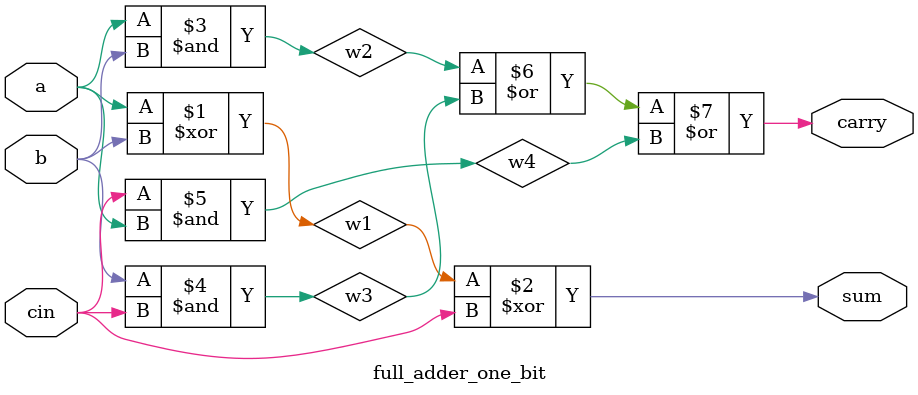
<source format=v>
module full_adder_one_bit(
	a,b,cin,sum,carry
);

	input a,b, cin;
	output sum, carry;
	
	wire w1,w2,w3,w4;
	
	xor(w1,a,b);
	xor(sum,w1,cin);
	
	and(w2,a,b);
	and(w3,b,cin);
	and(w4,cin,a);
	
	or(carry,w2,w3,w4);

endmodule 
</source>
